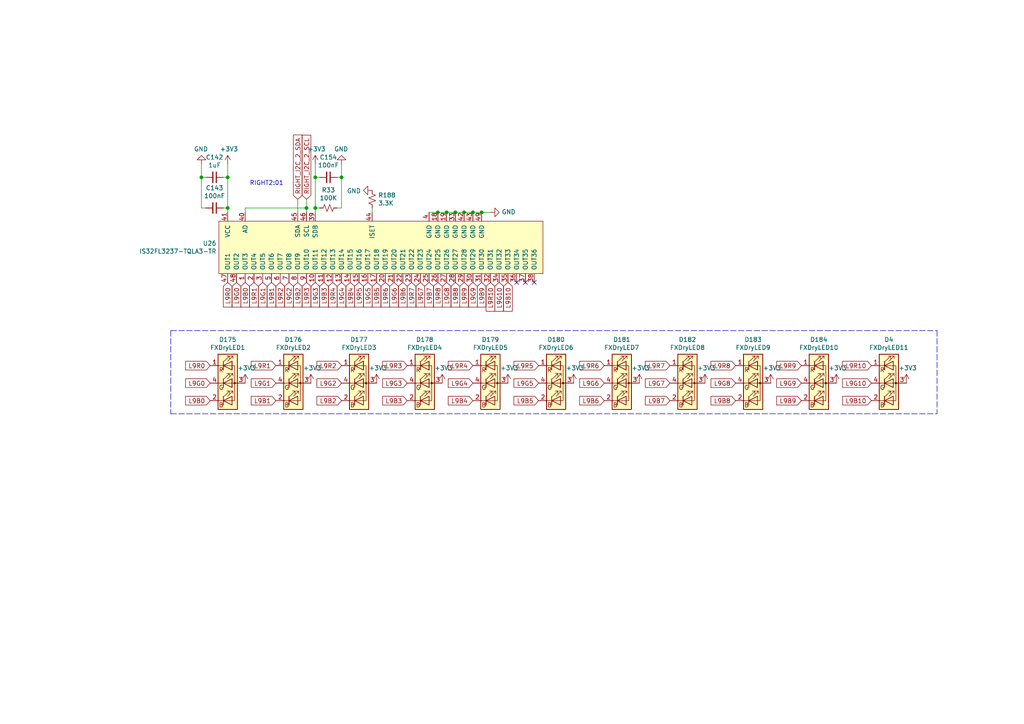
<source format=kicad_sch>
(kicad_sch (version 20210621) (generator eeschema)
  (paper "A4")
  (lib_symbols
    (symbol "Device:C_Small" (pin_numbers hide) (pin_names (offset 0.254) hide)
      (property "Reference" "C" (at 0.254 1.778 0))
      (property "Value" "C_Small" (at 0.254 -2.032 0))
      (symbol "C_Small_0_1"
        (polyline (pts (xy -1.524 -0.508) (xy 1.524 -0.508)) (stroke (width 0.3302)))
        (polyline (pts (xy -1.524 0.508) (xy 1.524 0.508)) (stroke (width 0.3048)))
      )
      (symbol "C_Small_1_1"
        (pin passive line (at 0 2.54 270) (length 2.032) (name "~") (number "1"))
        (pin passive line (at 0 -2.54 90) (length 2.032) (name "~") (number "2"))
      )
    )
    (symbol "Device:R_Small_US" (pin_numbers hide) (pin_names (offset 0.254) hide)
      (property "Reference" "R" (at 0.762 0.508 0))
      (property "Value" "R_Small_US" (at 0.762 -1.016 0))
      (symbol "R_Small_US_1_1"
        (polyline (pts (xy 0 0) (xy 1.016 -0.381) (xy 0 -0.762) (xy -1.016 -1.143) (xy 0 -1.524)))
        (polyline (pts (xy 0 1.524) (xy 1.016 1.143) (xy 0 0.762) (xy -1.016 0.381) (xy 0 0)))
        (pin passive line (at 0 2.54 270) (length 1.016) (name "~") (number "1"))
        (pin passive line (at 0 -2.54 90) (length 1.016) (name "~") (number "2"))
      )
    )
    (symbol "IS32FL3237:IS32FL3237-TQLA3-TR" (pin_names (offset 1.016))
      (property "Reference" "U" (at 0 0 0))
      (property "Value" "IS32FL3237-TQLA3-TR" (at 0 0 0))
      (symbol "IS32FL3237-TQLA3-TR_0_1"
        (rectangle (start -7.62 -2.54) (end 7.62 -96.52) (fill (type background)))
      )
      (symbol "IS32FL3237-TQLA3-TR_1_1"
        (pin output line (at 10.16 -10.16 180) (length 2.54) (name "OUT3") (number "1"))
        (pin output line (at 10.16 -30.48 180) (length 2.54) (name "OUT11") (number "10"))
        (pin output line (at 10.16 -33.02 180) (length 2.54) (name "OUT12") (number "11"))
        (pin output line (at 10.16 -35.56 180) (length 2.54) (name "OUT13") (number "12"))
        (pin output line (at 10.16 -38.1 180) (length 2.54) (name "OUT14") (number "13"))
        (pin output line (at 10.16 -40.64 180) (length 2.54) (name "OUT15") (number "14"))
        (pin output line (at 10.16 -43.18 180) (length 2.54) (name "OUT16") (number "15"))
        (pin output line (at 10.16 -45.72 180) (length 2.54) (name "OUT17") (number "16"))
        (pin output line (at 10.16 -48.26 180) (length 2.54) (name "OUT18") (number "17"))
        (pin power_in line (at -10.16 -66.04 0) (length 2.54) (name "GND") (number "18"))
        (pin power_in line (at -10.16 -68.58 0) (length 2.54) (name "GND") (number "19"))
        (pin output line (at 10.16 -12.7 180) (length 2.54) (name "OUT4") (number "2"))
        (pin output line (at 10.16 -50.8 180) (length 2.54) (name "OUT19") (number "20"))
        (pin output line (at 10.16 -53.34 180) (length 2.54) (name "OUT20") (number "21"))
        (pin output line (at 10.16 -55.88 180) (length 2.54) (name "OUT21") (number "22"))
        (pin output line (at 10.16 -58.42 180) (length 2.54) (name "OUT22") (number "23"))
        (pin output line (at 10.16 -60.96 180) (length 2.54) (name "OUT23") (number "24"))
        (pin output line (at 10.16 -63.5 180) (length 2.54) (name "OUT24") (number "25"))
        (pin output line (at 10.16 -66.04 180) (length 2.54) (name "OUT25") (number "26"))
        (pin output line (at 10.16 -68.58 180) (length 2.54) (name "OUT26") (number "27"))
        (pin output line (at 10.16 -71.12 180) (length 2.54) (name "OUT27") (number "28"))
        (pin output line (at 10.16 -73.66 180) (length 2.54) (name "OUT28") (number "29"))
        (pin output line (at 10.16 -15.24 180) (length 2.54) (name "OUT5") (number "3"))
        (pin output line (at 10.16 -76.2 180) (length 2.54) (name "OUT29") (number "30"))
        (pin output line (at 10.16 -78.74 180) (length 2.54) (name "OUT30") (number "31"))
        (pin output line (at 10.16 -81.28 180) (length 2.54) (name "OUT31") (number "32"))
        (pin power_in line (at -10.16 -71.12 0) (length 2.54) (name "GND") (number "33"))
        (pin output line (at 10.16 -83.82 180) (length 2.54) (name "OUT32") (number "34"))
        (pin output line (at 10.16 -86.36 180) (length 2.54) (name "OUT33") (number "35"))
        (pin output line (at 10.16 -88.9 180) (length 2.54) (name "OUT34") (number "36"))
        (pin output line (at 10.16 -91.44 180) (length 2.54) (name "OUT35") (number "37"))
        (pin output line (at 10.16 -93.98 180) (length 2.54) (name "OUT36") (number "38"))
        (pin input line (at -10.16 -30.48 0) (length 2.54) (name "SDB") (number "39"))
        (pin power_in line (at -10.16 -63.5 0) (length 2.54) (name "GND") (number "4"))
        (pin input line (at -10.16 -10.16 0) (length 2.54) (name "AD") (number "40"))
        (pin power_in line (at -10.16 -5.08 0) (length 2.54) (name "VCC") (number "41"))
        (pin power_in line (at -10.16 -73.66 0) (length 2.54) (name "GND") (number "42"))
        (pin power_in line (at -10.16 -76.2 0) (length 2.54) (name "GND") (number "43"))
        (pin input line (at -10.16 -46.99 0) (length 2.54) (name "ISET") (number "44"))
        (pin input line (at -10.16 -25.4 0) (length 2.54) (name "SDA") (number "45"))
        (pin input line (at -10.16 -27.94 0) (length 2.54) (name "SCL") (number "46"))
        (pin output line (at 10.16 -5.08 180) (length 2.54) (name "OUT1") (number "47"))
        (pin output line (at 10.16 -7.62 180) (length 2.54) (name "OUT2") (number "48"))
        (pin power_in line (at -10.16 -78.74 0) (length 2.54) (name "GND") (number "49"))
        (pin output line (at 10.16 -17.78 180) (length 2.54) (name "OUT6") (number "5"))
        (pin output line (at 10.16 -20.32 180) (length 2.54) (name "OUT7") (number "6"))
        (pin output line (at 10.16 -22.86 180) (length 2.54) (name "OUT8") (number "7"))
        (pin output line (at 10.16 -25.4 180) (length 2.54) (name "OUT9") (number "8"))
        (pin output line (at 10.16 -27.94 180) (length 2.54) (name "OUT10") (number "9"))
      )
    )
    (symbol "fm-b2020rgba-hg:FM-B2020RGBA-HG" (pin_names (offset 0) hide)
      (property "Reference" "D" (at 0 9.398 0))
      (property "Value" "FM-B2020RGBA-HG" (at 0 -8.89 0))
      (symbol "FM-B2020RGBA-HG_0_0"
        (text "B" (at -1.905 -6.35 0) (effects (font (size 1.27 1.27))))
        (text "G" (at -1.905 -1.27 0) (effects (font (size 1.27 1.27))))
        (text "R" (at -1.905 3.81 0) (effects (font (size 1.27 1.27))))
      )
      (symbol "FM-B2020RGBA-HG_0_1"
        (circle (center 2.032 0) (radius 0.254) (fill (type outline)))
        (rectangle (start 1.27 -1.27) (end 1.27 1.27))
        (rectangle (start 1.27 1.27) (end 1.27 1.27))
        (rectangle (start 1.27 3.81) (end 1.27 6.35))
        (rectangle (start 1.27 6.35) (end 1.27 6.35))
        (rectangle (start 2.794 8.382) (end -2.794 -7.62) (stroke (width 0.254)) (fill (type background)))
        (polyline (pts (xy -1.27 -5.08) (xy -2.54 -5.08)))
        (polyline (pts (xy -1.27 -5.08) (xy 1.27 -5.08)))
        (polyline (pts (xy -1.27 -3.81) (xy -1.27 -6.35)))
        (polyline (pts (xy -1.27 -3.81) (xy -1.27 -6.35)) (stroke (width 0.2032)))
        (polyline (pts (xy -1.27 0) (xy -2.54 0)))
        (polyline (pts (xy -1.27 0) (xy 1.27 0)))
        (polyline (pts (xy -1.27 1.27) (xy -1.27 -1.27)) (stroke (width 0.2032)))
        (polyline (pts (xy -1.27 5.08) (xy -2.54 5.08)))
        (polyline (pts (xy -1.27 6.35) (xy -1.27 3.81)) (stroke (width 0.2032)))
        (polyline (pts (xy 1.27 0) (xy 2.54 0)))
        (polyline (pts (xy 1.27 5.08) (xy -1.27 5.08)))
        (polyline (pts (xy -1.27 1.27) (xy -1.27 -1.27) (xy -1.27 -1.27)))
        (polyline (pts (xy -1.27 6.35) (xy -1.27 3.81) (xy -1.27 3.81)))
        (polyline (pts (xy 1.27 -5.08) (xy 2.032 -5.08) (xy 2.032 5.08) (xy 1.27 5.08)))
        (polyline (pts (xy 1.27 -3.81) (xy 1.27 -6.35) (xy -1.27 -5.08) (xy 1.27 -3.81)) (stroke (width 0.2032)))
        (polyline (pts (xy 1.27 1.27) (xy 1.27 -1.27) (xy -1.27 0) (xy 1.27 1.27)) (stroke (width 0.2032)))
        (polyline (pts (xy 1.27 6.35) (xy 1.27 3.81) (xy -1.27 5.08) (xy 1.27 6.35)) (stroke (width 0.2032)))
        (polyline (pts (xy -1.016 -3.81) (xy 0.508 -2.286) (xy -0.254 -2.286) (xy 0.508 -2.286) (xy 0.508 -3.048)))
        (polyline (pts (xy -1.016 1.27) (xy 0.508 2.794) (xy -0.254 2.794) (xy 0.508 2.794) (xy 0.508 2.032)))
        (polyline (pts (xy -1.016 6.35) (xy 0.508 7.874) (xy -0.254 7.874) (xy 0.508 7.874) (xy 0.508 7.112)))
        (polyline (pts (xy 0 -3.81) (xy 1.524 -2.286) (xy 0.762 -2.286) (xy 1.524 -2.286) (xy 1.524 -3.048)))
        (polyline (pts (xy 0 1.27) (xy 1.524 2.794) (xy 0.762 2.794) (xy 1.524 2.794) (xy 1.524 2.032)))
        (polyline (pts (xy 0 6.35) (xy 1.524 7.874) (xy 0.762 7.874) (xy 1.524 7.874) (xy 1.524 7.112)))
      )
      (symbol "FM-B2020RGBA-HG_1_1"
        (pin passive line (at -5.08 5.08 0) (length 2.54) (name "R-") (number "1"))
        (pin passive line (at -5.08 -5.08 0) (length 2.54) (name "B-") (number "2"))
        (pin passive line (at 5.08 0 180) (length 2.54) (name "+") (number "3"))
        (pin passive line (at -5.08 0 0) (length 2.54) (name "G-") (number "4"))
      )
    )
    (symbol "power:+3.3V" (power) (pin_names (offset 0))
      (property "Value" "+3.3V" (at 0 3.556 0))
      (symbol "+3.3V_0_1"
        (polyline (pts (xy -0.762 1.27) (xy 0 2.54)))
        (polyline (pts (xy 0 0) (xy 0 2.54)))
        (polyline (pts (xy 0 2.54) (xy 0.762 1.27)))
      )
      (symbol "+3.3V_1_1"
        (pin power_in line (at 0 0 90) (length 0) hide (name "+3V3") (number "1"))
      )
    )
    (symbol "power:GND" (power) (pin_names (offset 0))
      (property "Value" "GND" (at 0 -3.81 0))
      (symbol "GND_0_1"
        (polyline (pts (xy 0 0) (xy 0 -1.27) (xy 1.27 -1.27) (xy 0 -2.54) (xy -1.27 -1.27) (xy 0 -1.27)))
      )
      (symbol "GND_1_1"
        (pin power_in line (at 0 0 270) (length 0) hide (name "GND") (number "1"))
      )
    )
  )
  (junction (at 58.42 51.435))
  (junction (at 66.04 51.435))
  (junction (at 66.04 60.325))
  (junction (at 88.9 60.325))
  (junction (at 91.44 51.435))
  (junction (at 91.44 60.325))
  (junction (at 99.06 51.435))
  (junction (at 127 61.595))
  (junction (at 129.54 61.595))
  (junction (at 132.08 61.595))
  (junction (at 134.62 61.595))
  (junction (at 137.16 61.595))
  (junction (at 139.7 61.595))
  (no_connect (at 149.86 81.915))
  (no_connect (at 152.4 81.915))
  (no_connect (at 154.94 81.915))
  (wire (pts (xy 58.42 47.625) (xy 58.42 51.435)))
  (wire (pts (xy 58.42 51.435) (xy 58.42 60.325)))
  (wire (pts (xy 58.42 60.325) (xy 59.69 60.325)))
  (wire (pts (xy 59.69 51.435) (xy 58.42 51.435)))
  (wire (pts (xy 64.77 51.435) (xy 66.04 51.435)))
  (wire (pts (xy 64.77 60.325) (xy 66.04 60.325)))
  (wire (pts (xy 66.04 47.625) (xy 66.04 51.435)))
  (wire (pts (xy 66.04 51.435) (xy 66.04 60.325)))
  (wire (pts (xy 66.04 60.325) (xy 66.04 61.595)))
  (wire (pts (xy 71.12 60.325) (xy 88.9 60.325)))
  (wire (pts (xy 71.12 61.595) (xy 71.12 60.325)))
  (wire (pts (xy 86.36 57.785) (xy 86.36 61.595)))
  (wire (pts (xy 88.9 57.785) (xy 88.9 60.325)))
  (wire (pts (xy 88.9 60.325) (xy 88.9 61.595)))
  (wire (pts (xy 91.44 47.625) (xy 91.44 51.435)))
  (wire (pts (xy 91.44 51.435) (xy 91.44 60.325)))
  (wire (pts (xy 91.44 60.325) (xy 91.44 61.595)))
  (wire (pts (xy 92.71 51.435) (xy 91.44 51.435)))
  (wire (pts (xy 92.71 60.325) (xy 91.44 60.325)))
  (wire (pts (xy 97.79 51.435) (xy 99.06 51.435)))
  (wire (pts (xy 99.06 47.625) (xy 99.06 51.435)))
  (wire (pts (xy 99.06 51.435) (xy 99.06 60.325)))
  (wire (pts (xy 99.06 60.325) (xy 97.79 60.325)))
  (wire (pts (xy 107.95 60.325) (xy 107.95 61.595)))
  (wire (pts (xy 127 61.595) (xy 124.46 61.595)))
  (wire (pts (xy 129.54 61.595) (xy 127 61.595)))
  (wire (pts (xy 132.08 61.595) (xy 129.54 61.595)))
  (wire (pts (xy 134.62 61.595) (xy 132.08 61.595)))
  (wire (pts (xy 137.16 61.595) (xy 134.62 61.595)))
  (wire (pts (xy 139.7 61.595) (xy 137.16 61.595)))
  (wire (pts (xy 142.24 61.595) (xy 139.7 61.595)))
  (polyline (pts (xy 49.53 95.885) (xy 49.53 120.015)))
  (polyline (pts (xy 49.53 95.885) (xy 271.78 95.885)))
  (polyline (pts (xy 49.53 120.015) (xy 271.78 120.015)))
  (polyline (pts (xy 271.78 95.885) (xy 271.78 120.015)))
  (text "RIGHT2:01" (at 72.39 53.975 0) (effects (font (size 1.27 1.27)) (justify left bottom)))
  (global_label "L9R0" (shape input) (at 60.96 106.045 180) (property "Intersheet References" "${INTERSHEET_REFS}" (effects hide)))
  (global_label "L9G0" (shape input) (at 60.96 111.125 180) (property "Intersheet References" "${INTERSHEET_REFS}" (effects hide)))
  (global_label "L9B0" (shape input) (at 60.96 116.205 180) (property "Intersheet References" "${INTERSHEET_REFS}" (effects hide)))
  (global_label "L9R0" (shape input) (at 66.04 81.915 270) (property "Intersheet References" "${INTERSHEET_REFS}" (effects hide)))
  (global_label "L9G0" (shape input) (at 68.58 81.915 270) (property "Intersheet References" "${INTERSHEET_REFS}" (effects hide)))
  (global_label "L9B0" (shape input) (at 71.12 81.915 270) (property "Intersheet References" "${INTERSHEET_REFS}" (effects hide)))
  (global_label "L9R1" (shape input) (at 73.66 81.915 270) (property "Intersheet References" "${INTERSHEET_REFS}" (effects hide)))
  (global_label "L9G1" (shape input) (at 76.2 81.915 270) (property "Intersheet References" "${INTERSHEET_REFS}" (effects hide)))
  (global_label "L9B1" (shape input) (at 78.74 81.915 270) (property "Intersheet References" "${INTERSHEET_REFS}" (effects hide)))
  (global_label "L9R1" (shape input) (at 80.01 106.045 180) (property "Intersheet References" "${INTERSHEET_REFS}" (effects hide)))
  (global_label "L9G1" (shape input) (at 80.01 111.125 180) (property "Intersheet References" "${INTERSHEET_REFS}" (effects hide)))
  (global_label "L9B1" (shape input) (at 80.01 116.205 180) (property "Intersheet References" "${INTERSHEET_REFS}" (effects hide)))
  (global_label "L9R2" (shape input) (at 81.28 81.915 270) (property "Intersheet References" "${INTERSHEET_REFS}" (effects hide)))
  (global_label "L9G2" (shape input) (at 83.82 81.915 270) (property "Intersheet References" "${INTERSHEET_REFS}" (effects hide)))
  (global_label "RIGHT_I2C_2_SDA" (shape input) (at 86.36 57.785 90) (property "Intersheet References" "${INTERSHEET_REFS}" (effects hide)))
  (global_label "L9B2" (shape input) (at 86.36 81.915 270) (property "Intersheet References" "${INTERSHEET_REFS}" (effects hide)))
  (global_label "RIGHT_I2C_2_SCL" (shape input) (at 88.9 57.785 90) (property "Intersheet References" "${INTERSHEET_REFS}" (effects hide)))
  (global_label "L9R3" (shape input) (at 88.9 81.915 270) (property "Intersheet References" "${INTERSHEET_REFS}" (effects hide)))
  (global_label "L9G3" (shape input) (at 91.44 81.915 270) (property "Intersheet References" "${INTERSHEET_REFS}" (effects hide)))
  (global_label "L9B3" (shape input) (at 93.98 81.915 270) (property "Intersheet References" "${INTERSHEET_REFS}" (effects hide)))
  (global_label "L9R4" (shape input) (at 96.52 81.915 270) (property "Intersheet References" "${INTERSHEET_REFS}" (effects hide)))
  (global_label "L9G4" (shape input) (at 99.06 81.915 270) (property "Intersheet References" "${INTERSHEET_REFS}" (effects hide)))
  (global_label "L9R2" (shape input) (at 99.06 106.045 180) (property "Intersheet References" "${INTERSHEET_REFS}" (effects hide)))
  (global_label "L9G2" (shape input) (at 99.06 111.125 180) (property "Intersheet References" "${INTERSHEET_REFS}" (effects hide)))
  (global_label "L9B2" (shape input) (at 99.06 116.205 180) (property "Intersheet References" "${INTERSHEET_REFS}" (effects hide)))
  (global_label "L9B4" (shape input) (at 101.6 81.915 270) (property "Intersheet References" "${INTERSHEET_REFS}" (effects hide)))
  (global_label "L9R5" (shape input) (at 104.14 81.915 270) (property "Intersheet References" "${INTERSHEET_REFS}" (effects hide)))
  (global_label "L9G5" (shape input) (at 106.68 81.915 270) (property "Intersheet References" "${INTERSHEET_REFS}" (effects hide)))
  (global_label "L9B5" (shape input) (at 109.22 81.915 270) (property "Intersheet References" "${INTERSHEET_REFS}" (effects hide)))
  (global_label "L9R6" (shape input) (at 111.76 81.915 270) (property "Intersheet References" "${INTERSHEET_REFS}" (effects hide)))
  (global_label "L9G6" (shape input) (at 114.3 81.915 270) (property "Intersheet References" "${INTERSHEET_REFS}" (effects hide)))
  (global_label "L9B6" (shape input) (at 116.84 81.915 270) (property "Intersheet References" "${INTERSHEET_REFS}" (effects hide)))
  (global_label "L9R3" (shape input) (at 118.11 106.045 180) (property "Intersheet References" "${INTERSHEET_REFS}" (effects hide)))
  (global_label "L9G3" (shape input) (at 118.11 111.125 180) (property "Intersheet References" "${INTERSHEET_REFS}" (effects hide)))
  (global_label "L9B3" (shape input) (at 118.11 116.205 180) (property "Intersheet References" "${INTERSHEET_REFS}" (effects hide)))
  (global_label "L9R7" (shape input) (at 119.38 81.915 270) (property "Intersheet References" "${INTERSHEET_REFS}" (effects hide)))
  (global_label "L9G7" (shape input) (at 121.92 81.915 270) (property "Intersheet References" "${INTERSHEET_REFS}" (effects hide)))
  (global_label "L9B7" (shape input) (at 124.46 81.915 270) (property "Intersheet References" "${INTERSHEET_REFS}" (effects hide)))
  (global_label "L9R8" (shape input) (at 127 81.915 270) (property "Intersheet References" "${INTERSHEET_REFS}" (effects hide)))
  (global_label "L9G8" (shape input) (at 129.54 81.915 270) (property "Intersheet References" "${INTERSHEET_REFS}" (effects hide)))
  (global_label "L9B8" (shape input) (at 132.08 81.915 270) (property "Intersheet References" "${INTERSHEET_REFS}" (effects hide)))
  (global_label "L9R9" (shape input) (at 134.62 81.915 270) (property "Intersheet References" "${INTERSHEET_REFS}" (effects hide)))
  (global_label "L9G9" (shape input) (at 137.16 81.915 270) (property "Intersheet References" "${INTERSHEET_REFS}" (effects hide)))
  (global_label "L9R4" (shape input) (at 137.16 106.045 180) (property "Intersheet References" "${INTERSHEET_REFS}" (effects hide)))
  (global_label "L9G4" (shape input) (at 137.16 111.125 180) (property "Intersheet References" "${INTERSHEET_REFS}" (effects hide)))
  (global_label "L9B4" (shape input) (at 137.16 116.205 180) (property "Intersheet References" "${INTERSHEET_REFS}" (effects hide)))
  (global_label "L9B9" (shape input) (at 139.7 81.915 270) (property "Intersheet References" "${INTERSHEET_REFS}" (effects hide)))
  (global_label "L9R10" (shape input) (at 142.24 81.915 270) (property "Intersheet References" "${INTERSHEET_REFS}" (effects hide)))
  (global_label "L9G10" (shape input) (at 144.78 81.915 270) (property "Intersheet References" "${INTERSHEET_REFS}" (effects hide)))
  (global_label "L9B10" (shape input) (at 147.32 81.915 270) (property "Intersheet References" "${INTERSHEET_REFS}" (effects hide)))
  (global_label "L9R5" (shape input) (at 156.21 106.045 180) (property "Intersheet References" "${INTERSHEET_REFS}" (effects hide)))
  (global_label "L9G5" (shape input) (at 156.21 111.125 180) (property "Intersheet References" "${INTERSHEET_REFS}" (effects hide)))
  (global_label "L9B5" (shape input) (at 156.21 116.205 180) (property "Intersheet References" "${INTERSHEET_REFS}" (effects hide)))
  (global_label "L9R6" (shape input) (at 175.26 106.045 180) (property "Intersheet References" "${INTERSHEET_REFS}" (effects hide)))
  (global_label "L9G6" (shape input) (at 175.26 111.125 180) (property "Intersheet References" "${INTERSHEET_REFS}" (effects hide)))
  (global_label "L9B6" (shape input) (at 175.26 116.205 180) (property "Intersheet References" "${INTERSHEET_REFS}" (effects hide)))
  (global_label "L9R7" (shape input) (at 194.31 106.045 180) (property "Intersheet References" "${INTERSHEET_REFS}" (effects hide)))
  (global_label "L9G7" (shape input) (at 194.31 111.125 180) (property "Intersheet References" "${INTERSHEET_REFS}" (effects hide)))
  (global_label "L9B7" (shape input) (at 194.31 116.205 180) (property "Intersheet References" "${INTERSHEET_REFS}" (effects hide)))
  (global_label "L9R8" (shape input) (at 213.36 106.045 180) (property "Intersheet References" "${INTERSHEET_REFS}" (effects hide)))
  (global_label "L9G8" (shape input) (at 213.36 111.125 180) (property "Intersheet References" "${INTERSHEET_REFS}" (effects hide)))
  (global_label "L9B8" (shape input) (at 213.36 116.205 180) (property "Intersheet References" "${INTERSHEET_REFS}" (effects hide)))
  (global_label "L9R9" (shape input) (at 232.41 106.045 180) (property "Intersheet References" "${INTERSHEET_REFS}" (effects hide)))
  (global_label "L9G9" (shape input) (at 232.41 111.125 180) (property "Intersheet References" "${INTERSHEET_REFS}" (effects hide)))
  (global_label "L9B9" (shape input) (at 232.41 116.205 180) (property "Intersheet References" "${INTERSHEET_REFS}" (effects hide)))
  (global_label "L9R10" (shape input) (at 252.73 106.045 180) (property "Intersheet References" "${INTERSHEET_REFS}" (effects hide)))
  (global_label "L9G10" (shape input) (at 252.73 111.125 180) (property "Intersheet References" "${INTERSHEET_REFS}" (effects hide)))
  (global_label "L9B10" (shape input) (at 252.73 116.205 180) (property "Intersheet References" "${INTERSHEET_REFS}" (effects hide)))
  (symbol (lib_id "power:+3.3V") (at 66.04 47.625 0) (unit 1)
    (property "Reference" "#PWR072" (effects hide))
    (property "Value" "+3.3V" (at 66.421 43.2308 0))
  )
  (symbol (lib_id "power:+3.3V") (at 71.12 111.125 0) (unit 1)
    (property "Reference" "#PWR0766" (effects hide))
    (property "Value" "+3.3V" (at 71.501 106.7308 0))
  )
  (symbol (lib_id "power:+3.3V") (at 90.17 111.125 0) (unit 1)
    (property "Reference" "#PWR0767" (effects hide))
    (property "Value" "+3.3V" (at 90.551 106.7308 0))
  )
  (symbol (lib_id "power:+3.3V") (at 91.44 47.625 0) (unit 1)
    (property "Reference" "#PWR0262" (effects hide))
    (property "Value" "+3.3V" (at 91.821 43.2308 0))
  )
  (symbol (lib_id "power:+3.3V") (at 109.22 111.125 0) (unit 1)
    (property "Reference" "#PWR0768" (effects hide))
    (property "Value" "+3.3V" (at 109.601 106.7308 0))
  )
  (symbol (lib_id "power:+3.3V") (at 128.27 111.125 0) (unit 1)
    (property "Reference" "#PWR0769" (effects hide))
    (property "Value" "+3.3V" (at 128.651 106.7308 0))
  )
  (symbol (lib_id "power:+3.3V") (at 147.32 111.125 0) (unit 1)
    (property "Reference" "#PWR0770" (effects hide))
    (property "Value" "+3.3V" (at 147.701 106.7308 0))
  )
  (symbol (lib_id "power:+3.3V") (at 166.37 111.125 0) (unit 1)
    (property "Reference" "#PWR0771" (effects hide))
    (property "Value" "+3.3V" (at 166.751 106.7308 0))
  )
  (symbol (lib_id "power:+3.3V") (at 185.42 111.125 0) (unit 1)
    (property "Reference" "#PWR0772" (effects hide))
    (property "Value" "+3.3V" (at 185.801 106.7308 0))
  )
  (symbol (lib_id "power:+3.3V") (at 204.47 111.125 0) (unit 1)
    (property "Reference" "#PWR0773" (effects hide))
    (property "Value" "+3.3V" (at 204.851 106.7308 0))
  )
  (symbol (lib_id "power:+3.3V") (at 223.52 111.125 0) (unit 1)
    (property "Reference" "#PWR0774" (effects hide))
    (property "Value" "+3.3V" (at 223.901 106.7308 0))
  )
  (symbol (lib_id "power:+3.3V") (at 242.57 111.125 0) (unit 1)
    (property "Reference" "#PWR0775" (effects hide))
    (property "Value" "+3.3V" (at 242.951 106.7308 0))
  )
  (symbol (lib_id "power:+3.3V") (at 262.89 111.125 0) (unit 1)
    (property "Reference" "#PWR0776" (effects hide))
    (property "Value" "+3.3V" (at 263.271 106.7308 0))
  )
  (symbol (lib_id "power:GND") (at 58.42 47.625 180) (unit 1)
    (property "Reference" "#PWR066" (effects hide))
    (property "Value" "GND" (at 58.293 43.2308 0))
  )
  (symbol (lib_id "power:GND") (at 99.06 47.625 180) (unit 1)
    (property "Reference" "#PWR0348" (effects hide))
    (property "Value" "GND" (at 98.933 43.2308 0))
  )
  (symbol (lib_id "power:GND") (at 107.95 55.245 270) (unit 1)
    (property "Reference" "#PWR0387" (effects hide))
    (property "Value" "GND" (at 104.6988 55.372 90) (effects (justify right)))
  )
  (symbol (lib_id "power:GND") (at 142.24 61.595 90) (unit 1)
    (property "Reference" "#PWR0395" (effects hide))
    (property "Value" "GND" (at 145.4912 61.468 90) (effects (justify right)))
  )
  (symbol (lib_id "Device:R_Small_US") (at 95.25 60.325 270) (unit 1)
    (property "Reference" "R33" (at 95.25 55.118 90))
    (property "Value" "100K" (at 95.25 57.4294 90))
    (property "Footprint" "Resistor_SMD:R_0402_1005Metric" (effects hide))
    (property "LCSC" " C25741" (effects hide))
  )
  (symbol (lib_id "Device:R_Small_US") (at 107.95 57.785 0) (unit 1)
    (property "Reference" "R188" (at 109.6772 56.6166 0) (effects (justify left)))
    (property "Value" "3.3K" (at 109.6772 58.928 0) (effects (justify left)))
    (property "Footprint" "Resistor_SMD:R_0402_1005Metric" (effects hide))
    (property "LCSC" "C25890" (effects hide))
  )
  (symbol (lib_id "Device:C_Small") (at 62.23 51.435 270) (unit 1)
    (property "Reference" "C142" (at 62.23 45.6184 90))
    (property "Value" "1uF" (at 62.23 47.9298 90))
    (property "Footprint" "Capacitor_SMD:C_0402_1005Metric" (effects hide))
    (property "LCSC" "C52923" (effects hide))
  )
  (symbol (lib_id "Device:C_Small") (at 62.23 60.325 270) (unit 1)
    (property "Reference" "C143" (at 62.23 54.5084 90))
    (property "Value" "100nF" (at 62.23 56.8198 90))
    (property "Footprint" "Capacitor_SMD:C_0402_1005Metric" (effects hide))
    (property "LCSC" "C1525" (effects hide))
  )
  (symbol (lib_id "Device:C_Small") (at 95.25 51.435 270) (unit 1)
    (property "Reference" "C154" (at 95.25 45.6184 90))
    (property "Value" "100nF" (at 95.25 47.9298 90))
    (property "Footprint" "Capacitor_SMD:C_0402_1005Metric" (effects hide))
    (property "LCSC" "C1525" (effects hide))
  )
  (symbol (lib_id "fm-b2020rgba-hg:FM-B2020RGBA-HG") (at 66.04 111.125 0) (unit 1)
    (property "Reference" "D175" (at 66.04 98.5012 0))
    (property "Value" "FXDryLED1" (at 66.04 100.8126 0))
    (property "Footprint" "fm-b2020rgba-hg:FM-B2020RGBA-HG" (effects hide))
    (property "LCSC" "C108793" (effects hide))
  )
  (symbol (lib_id "fm-b2020rgba-hg:FM-B2020RGBA-HG") (at 85.09 111.125 0) (unit 1)
    (property "Reference" "D176" (at 85.09 98.5012 0))
    (property "Value" "FXDryLED2" (at 85.09 100.8126 0))
    (property "Footprint" "fm-b2020rgba-hg:FM-B2020RGBA-HG" (effects hide))
    (property "LCSC" "C108793" (effects hide))
  )
  (symbol (lib_id "fm-b2020rgba-hg:FM-B2020RGBA-HG") (at 104.14 111.125 0) (unit 1)
    (property "Reference" "D177" (at 104.14 98.5012 0))
    (property "Value" "FXDryLED3" (at 104.14 100.8126 0))
    (property "Footprint" "fm-b2020rgba-hg:FM-B2020RGBA-HG" (effects hide))
    (property "LCSC" "C108793" (effects hide))
  )
  (symbol (lib_id "fm-b2020rgba-hg:FM-B2020RGBA-HG") (at 123.19 111.125 0) (unit 1)
    (property "Reference" "D178" (at 123.19 98.5012 0))
    (property "Value" "FXDryLED4" (at 123.19 100.8126 0))
    (property "Footprint" "fm-b2020rgba-hg:FM-B2020RGBA-HG" (effects hide))
    (property "LCSC" "C108793" (effects hide))
  )
  (symbol (lib_id "fm-b2020rgba-hg:FM-B2020RGBA-HG") (at 142.24 111.125 0) (unit 1)
    (property "Reference" "D179" (at 142.24 98.5012 0))
    (property "Value" "FXDryLED5" (at 142.24 100.8126 0))
    (property "Footprint" "fm-b2020rgba-hg:FM-B2020RGBA-HG" (effects hide))
    (property "LCSC" "C108793" (effects hide))
  )
  (symbol (lib_id "fm-b2020rgba-hg:FM-B2020RGBA-HG") (at 161.29 111.125 0) (unit 1)
    (property "Reference" "D180" (at 161.29 98.5012 0))
    (property "Value" "FXDryLED6" (at 161.29 100.8126 0))
    (property "Footprint" "fm-b2020rgba-hg:FM-B2020RGBA-HG" (effects hide))
    (property "LCSC" "C108793" (effects hide))
  )
  (symbol (lib_id "fm-b2020rgba-hg:FM-B2020RGBA-HG") (at 180.34 111.125 0) (unit 1)
    (property "Reference" "D181" (at 180.34 98.5012 0))
    (property "Value" "FXDryLED7" (at 180.34 100.8126 0))
    (property "Footprint" "fm-b2020rgba-hg:FM-B2020RGBA-HG" (effects hide))
    (property "LCSC" "C108793" (effects hide))
  )
  (symbol (lib_id "fm-b2020rgba-hg:FM-B2020RGBA-HG") (at 199.39 111.125 0) (unit 1)
    (property "Reference" "D182" (at 199.39 98.5012 0))
    (property "Value" "FXDryLED8" (at 199.39 100.8126 0))
    (property "Footprint" "fm-b2020rgba-hg:FM-B2020RGBA-HG" (effects hide))
    (property "LCSC" "C108793" (effects hide))
  )
  (symbol (lib_id "fm-b2020rgba-hg:FM-B2020RGBA-HG") (at 218.44 111.125 0) (unit 1)
    (property "Reference" "D183" (at 218.44 98.5012 0))
    (property "Value" "FXDryLED9" (at 218.44 100.8126 0))
    (property "Footprint" "fm-b2020rgba-hg:FM-B2020RGBA-HG" (effects hide))
    (property "LCSC" "C108793" (effects hide))
  )
  (symbol (lib_id "fm-b2020rgba-hg:FM-B2020RGBA-HG") (at 237.49 111.125 0) (unit 1)
    (property "Reference" "D184" (at 237.49 98.5012 0))
    (property "Value" "FXDryLED10" (at 237.49 100.8126 0))
    (property "Footprint" "fm-b2020rgba-hg:FM-B2020RGBA-HG" (effects hide))
    (property "LCSC" "C108793" (effects hide))
  )
  (symbol (lib_id "fm-b2020rgba-hg:FM-B2020RGBA-HG") (at 257.81 111.125 0) (unit 1)
    (property "Reference" "D4" (at 257.81 98.5012 0))
    (property "Value" "FXDryLED11" (at 257.81 100.8126 0))
    (property "Footprint" "fm-b2020rgba-hg:FM-B2020RGBA-HG" (effects hide))
    (property "LCSC" "C108793" (effects hide))
  )
  (symbol (lib_id "IS32FL3237:IS32FL3237-TQLA3-TR") (at 60.96 71.755 90) (mirror x) (unit 1)
    (property "Reference" "U26" (at 62.7888 70.5866 90) (effects (justify left)))
    (property "Value" "IS32FL3237-TQLA3-TR" (at 62.7888 72.898 90) (effects (justify left)))
    (property "Footprint" "Package_QFP:TQFP-48-1EP_7x7mm_P0.5mm_EP5x5mm" (effects hide))
  )
)
</source>
